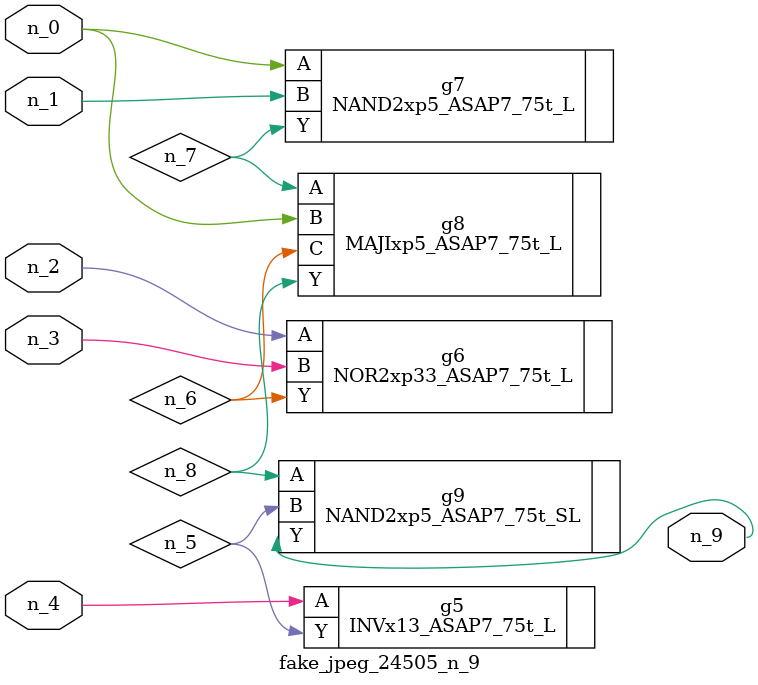
<source format=v>
module fake_jpeg_24505_n_9 (n_3, n_2, n_1, n_0, n_4, n_9);

input n_3;
input n_2;
input n_1;
input n_0;
input n_4;

output n_9;

wire n_8;
wire n_6;
wire n_5;
wire n_7;

INVx13_ASAP7_75t_L g5 ( 
.A(n_4),
.Y(n_5)
);

NOR2xp33_ASAP7_75t_L g6 ( 
.A(n_2),
.B(n_3),
.Y(n_6)
);

NAND2xp5_ASAP7_75t_L g7 ( 
.A(n_0),
.B(n_1),
.Y(n_7)
);

MAJIxp5_ASAP7_75t_L g8 ( 
.A(n_7),
.B(n_0),
.C(n_6),
.Y(n_8)
);

NAND2xp5_ASAP7_75t_SL g9 ( 
.A(n_8),
.B(n_5),
.Y(n_9)
);


endmodule
</source>
